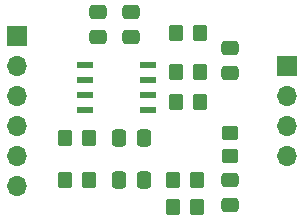
<source format=gbr>
%TF.GenerationSoftware,KiCad,Pcbnew,(6.0.7)*%
%TF.CreationDate,2023-03-18T19:29:26-05:00*%
%TF.ProjectId,CS4334Breakout,43533433-3334-4427-9265-616b6f75742e,rev?*%
%TF.SameCoordinates,Original*%
%TF.FileFunction,Soldermask,Top*%
%TF.FilePolarity,Negative*%
%FSLAX46Y46*%
G04 Gerber Fmt 4.6, Leading zero omitted, Abs format (unit mm)*
G04 Created by KiCad (PCBNEW (6.0.7)) date 2023-03-18 19:29:26*
%MOMM*%
%LPD*%
G01*
G04 APERTURE LIST*
G04 Aperture macros list*
%AMRoundRect*
0 Rectangle with rounded corners*
0 $1 Rounding radius*
0 $2 $3 $4 $5 $6 $7 $8 $9 X,Y pos of 4 corners*
0 Add a 4 corners polygon primitive as box body*
4,1,4,$2,$3,$4,$5,$6,$7,$8,$9,$2,$3,0*
0 Add four circle primitives for the rounded corners*
1,1,$1+$1,$2,$3*
1,1,$1+$1,$4,$5*
1,1,$1+$1,$6,$7*
1,1,$1+$1,$8,$9*
0 Add four rect primitives between the rounded corners*
20,1,$1+$1,$2,$3,$4,$5,0*
20,1,$1+$1,$4,$5,$6,$7,0*
20,1,$1+$1,$6,$7,$8,$9,0*
20,1,$1+$1,$8,$9,$2,$3,0*%
G04 Aperture macros list end*
%ADD10R,1.397000X0.558800*%
%ADD11RoundRect,0.250000X0.350000X0.450000X-0.350000X0.450000X-0.350000X-0.450000X0.350000X-0.450000X0*%
%ADD12RoundRect,0.250000X0.450000X-0.350000X0.450000X0.350000X-0.450000X0.350000X-0.450000X-0.350000X0*%
%ADD13RoundRect,0.250000X-0.350000X-0.450000X0.350000X-0.450000X0.350000X0.450000X-0.350000X0.450000X0*%
%ADD14R,1.700000X1.700000*%
%ADD15O,1.700000X1.700000*%
%ADD16RoundRect,0.250000X0.475000X-0.337500X0.475000X0.337500X-0.475000X0.337500X-0.475000X-0.337500X0*%
%ADD17RoundRect,0.250000X-0.475000X0.337500X-0.475000X-0.337500X0.475000X-0.337500X0.475000X0.337500X0*%
%ADD18RoundRect,0.250000X-0.337500X-0.475000X0.337500X-0.475000X0.337500X0.475000X-0.337500X0.475000X0*%
G04 APERTURE END LIST*
D10*
%TO.C,U1*%
X165976300Y-98933000D03*
X165976300Y-100203000D03*
X165976300Y-101473000D03*
X165976300Y-102743000D03*
X160667700Y-102743000D03*
X160667700Y-101473000D03*
X160667700Y-100203000D03*
X160667700Y-98933000D03*
%TD*%
D11*
%TO.C,R8*%
X168418000Y-96266000D03*
X170418000Y-96266000D03*
%TD*%
D12*
%TO.C,R7*%
X172974000Y-106664000D03*
X172974000Y-104664000D03*
%TD*%
D13*
%TO.C,R6*%
X168418000Y-99568000D03*
X170418000Y-99568000D03*
%TD*%
%TO.C,R5*%
X168164000Y-108712000D03*
X170164000Y-108712000D03*
%TD*%
%TO.C,R4*%
X168418000Y-102108000D03*
X170418000Y-102108000D03*
%TD*%
%TO.C,R3*%
X168164000Y-110998000D03*
X170164000Y-110998000D03*
%TD*%
D11*
%TO.C,R2*%
X161020000Y-105156000D03*
X159020000Y-105156000D03*
%TD*%
%TO.C,R1*%
X159020000Y-108712000D03*
X161020000Y-108712000D03*
%TD*%
D14*
%TO.C,J2*%
X177800000Y-99060000D03*
D15*
X177800000Y-101600000D03*
X177800000Y-104140000D03*
X177800000Y-106680000D03*
%TD*%
D14*
%TO.C,J1*%
X154940000Y-96520000D03*
D15*
X154940000Y-99060000D03*
X154940000Y-101600000D03*
X154940000Y-104140000D03*
X154940000Y-106680000D03*
X154940000Y-109220000D03*
%TD*%
D16*
%TO.C,C6*%
X164592000Y-96541500D03*
X164592000Y-94466500D03*
%TD*%
%TO.C,C5*%
X161798000Y-96541500D03*
X161798000Y-94466500D03*
%TD*%
%TO.C,C4*%
X172974000Y-99589500D03*
X172974000Y-97514500D03*
%TD*%
D17*
%TO.C,C3*%
X172974000Y-108712000D03*
X172974000Y-110787000D03*
%TD*%
D18*
%TO.C,C2*%
X163554500Y-105156000D03*
X165629500Y-105156000D03*
%TD*%
%TO.C,C1*%
X163554500Y-108712000D03*
X165629500Y-108712000D03*
%TD*%
M02*

</source>
